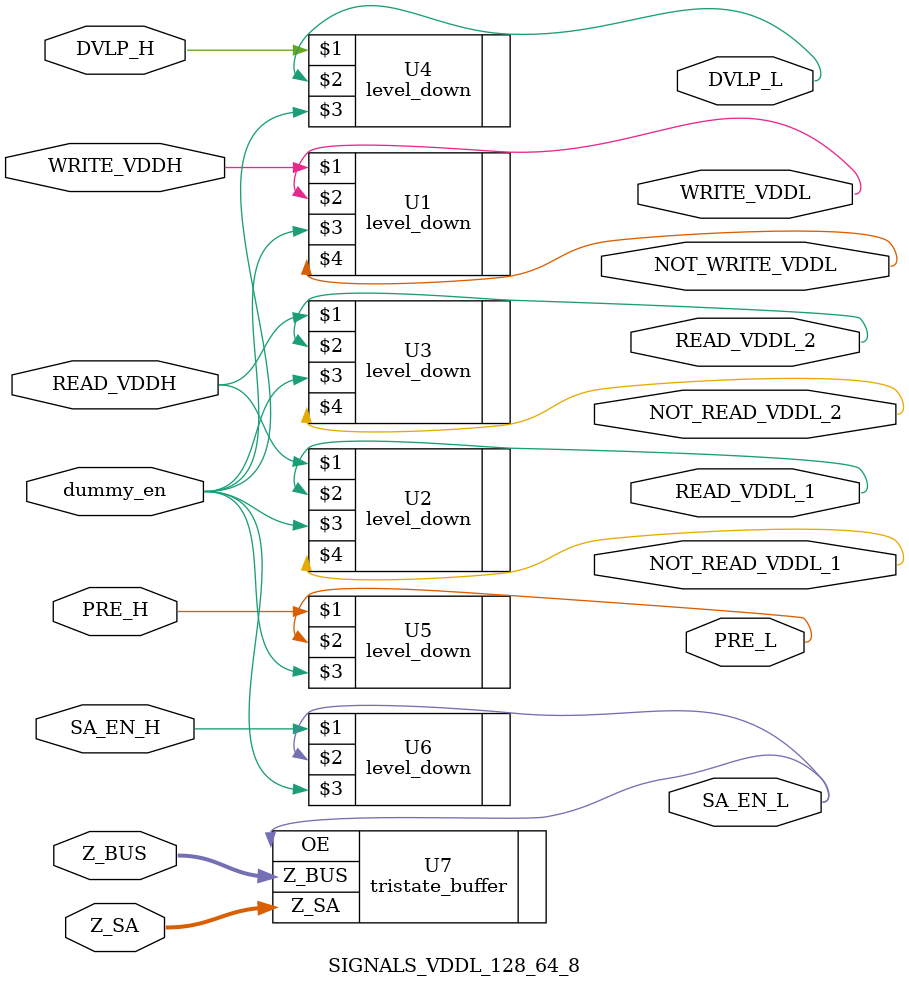
<source format=v>


`include "/ibe/users/da220/Cadence/WORK_TSMC180FORTE/DIGITAL/rtl/level_down/level_down.v"
`include "/ibe/users/da220/Cadence/WORK_TSMC180FORTE/DIGITAL/rtl/tristate_buffer/tristate_buffer.v"

// NAME MODIFIED //
module SIGNALS_VDDL_128_64_8(
// END MODIFY NAME //
WRITE_VDDH,
READ_VDDH,
DVLP_H,
PRE_H,
SA_EN_H,
dummy_en,
WRITE_VDDL,
NOT_WRITE_VDDL,
READ_VDDL_1,
NOT_READ_VDDL_1,
READ_VDDL_2,
NOT_READ_VDDL_2,
DVLP_L,
PRE_L,
Z_SA,
//Z_WR,
Z_BUS,
SA_EN_L,
);

// SKILL MODIFICATIONS //
parameter B_SIZE = 8;
// END OF SKILL MODIFICATION //

// Inputs
input	WRITE_VDDH;
input	READ_VDDH;
input	DVLP_H;
input	PRE_H;
input	SA_EN_H;
input	dummy_en;

// Input Ouput
inout	[B_SIZE-1:0] Z_SA;
//inout	[B_SIZE-1:0] Z_WR;
inout	[B_SIZE-1:0] Z_BUS;

// Outputs
output	WRITE_VDDL;
output	NOT_WRITE_VDDL;
output	READ_VDDL_1;
output	NOT_READ_VDDL_1;
output	READ_VDDL_2;
output	NOT_READ_VDDL_2;
output 	DVLP_L;
output	PRE_L;
output	SA_EN_L;

// Wires
wire	WRITE_VDDH;
wire	READ_VDDH;
wire	DVLP_H;
wire	PRE_H;
wire	SA_EN_H;
wire	dummy_en;
wire	WRITE_VDDL;
wire	NOT_WRITE_VDDL;
wire	READ_VDDL_1;
wire	NOT_READ_VDDL_1;
wire	READ_VDDL_2;
wire	NOT_READ_VDDL_2;
wire 	DVLP_L;
wire	PRE_L;
wire	SA_EN_L;
wire	[B_SIZE-1:0] Z_BUS;
wire	[B_SIZE-1:0] Z_SA;
//wire	[B_SIZE-1:0] Z_WR;



level_down U1(WRITE_VDDH, WRITE_VDDL, dummy_en, NOT_WRITE_VDDL);
level_down U2(READ_VDDH, READ_VDDL_1, dummy_en, NOT_READ_VDDL_1);
level_down U3(READ_VDDH, READ_VDDL_2, dummy_en, NOT_READ_VDDL_2);
level_down U4(DVLP_H, DVLP_L, dummy_en,);
level_down U5(PRE_H, PRE_L, dummy_en,);
level_down U6(SA_EN_H, SA_EN_L, dummy_en,);
tristate_buffer #(B_SIZE) U7(
.Z_SA	(Z_SA),
//.Z_WR	(Z_WR),
.Z_BUS	(Z_BUS),
.OE		(SA_EN_L)
);

endmodule
</source>
